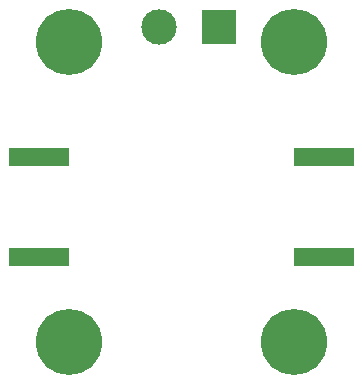
<source format=gbr>
%TF.GenerationSoftware,KiCad,Pcbnew,5.1.10*%
%TF.CreationDate,2021-09-21T21:49:25+02:00*%
%TF.ProjectId,bias-t,62696173-2d74-42e6-9b69-6361645f7063,rev?*%
%TF.SameCoordinates,Original*%
%TF.FileFunction,Soldermask,Bot*%
%TF.FilePolarity,Negative*%
%FSLAX46Y46*%
G04 Gerber Fmt 4.6, Leading zero omitted, Abs format (unit mm)*
G04 Created by KiCad (PCBNEW 5.1.10) date 2021-09-21 21:49:25*
%MOMM*%
%LPD*%
G01*
G04 APERTURE LIST*
%ADD10C,5.600000*%
%ADD11R,5.080000X1.500000*%
%ADD12C,3.000000*%
%ADD13R,3.000000X3.000000*%
G04 APERTURE END LIST*
D10*
%TO.C,REF\u002A\u002A*%
X128270000Y-100330000D03*
%TD*%
%TO.C,REF\u002A\u002A*%
X147320000Y-100330000D03*
%TD*%
%TO.C,REF\u002A\u002A*%
X128270000Y-74930000D03*
%TD*%
%TO.C,REF\u002A\u002A*%
X147320000Y-74930000D03*
%TD*%
D11*
%TO.C,J3*%
X149860000Y-84650000D03*
X149860000Y-93150000D03*
%TD*%
D12*
%TO.C,J2*%
X135890000Y-73660000D03*
D13*
X140970000Y-73660000D03*
%TD*%
D11*
%TO.C,J1*%
X125730000Y-93150000D03*
X125730000Y-84650000D03*
%TD*%
M02*

</source>
